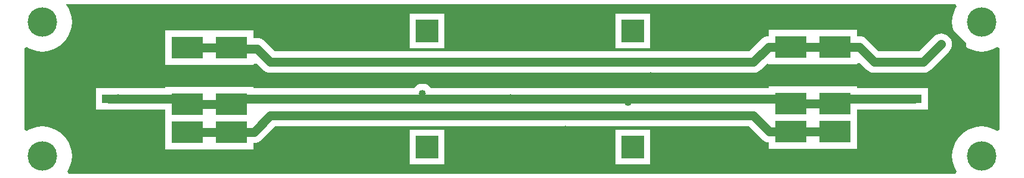
<source format=gbl>
%FSLAX25Y25*%
%MOIN*%
G70*
G01*
G75*
G04 Layer_Physical_Order=2*
G04 Layer_Color=65280*
%ADD10P,0.08352X4X285.0*%
%ADD11P,0.08352X4X165.0*%
%ADD12R,0.05906X0.05906*%
%ADD13C,0.02500*%
%ADD14C,0.05000*%
%ADD15C,0.16500*%
%ADD16R,0.12500X0.12500*%
%ADD17C,0.12500*%
%ADD18C,0.04000*%
%ADD19R,0.17716X0.12205*%
%ADD20R,0.08000X0.05000*%
G36*
X748474Y646191D02*
X747753Y645014D01*
X746759Y642615D01*
X746153Y640089D01*
X745949Y637500D01*
X746153Y634911D01*
X746759Y632385D01*
X747753Y629986D01*
X749110Y627772D01*
X750797Y625797D01*
X752772Y624110D01*
X754986Y622753D01*
X757385Y621759D01*
X759911Y621153D01*
X762500Y620949D01*
X765089Y621153D01*
X767615Y621759D01*
X770014Y622753D01*
X771191Y623474D01*
X772500Y622741D01*
Y577259D01*
X771191Y576526D01*
X770014Y577247D01*
X767615Y578241D01*
X765089Y578847D01*
X762500Y579051D01*
X759911Y578847D01*
X757385Y578241D01*
X754986Y577247D01*
X752772Y575890D01*
X750797Y574203D01*
X749110Y572228D01*
X747753Y570014D01*
X746759Y567615D01*
X746153Y565089D01*
X745949Y562500D01*
X746153Y559911D01*
X746759Y557385D01*
X747753Y554986D01*
X748474Y553809D01*
X747741Y552500D01*
X252259D01*
X251526Y553809D01*
X252247Y554986D01*
X253241Y557385D01*
X253847Y559911D01*
X254051Y562500D01*
X253847Y565089D01*
X253241Y567615D01*
X252247Y570014D01*
X250890Y572228D01*
X249203Y574203D01*
X247229Y575890D01*
X245014Y577247D01*
X242615Y578241D01*
X240089Y578847D01*
X237500Y579051D01*
X234911Y578847D01*
X232385Y578241D01*
X229986Y577247D01*
X228809Y576526D01*
X227500Y577259D01*
Y622741D01*
X228809Y623474D01*
X229986Y622753D01*
X232385Y621759D01*
X234911Y621153D01*
X237500Y620949D01*
X240089Y621153D01*
X242615Y621759D01*
X245014Y622753D01*
X247229Y624110D01*
X249203Y625797D01*
X250890Y627772D01*
X252247Y629986D01*
X253241Y632385D01*
X253847Y634911D01*
X254051Y637500D01*
X253847Y640089D01*
X253241Y642615D01*
X252247Y645014D01*
X250890Y647228D01*
X251015Y647500D01*
X747741D01*
X748474Y646191D01*
D02*
G37*
%LPC*%
G36*
X450000Y603048D02*
X448564Y602858D01*
X447226Y602304D01*
X446077Y601423D01*
X445392Y600529D01*
X355658D01*
Y601202D01*
X306335D01*
Y600529D01*
X280140D01*
X280000Y600548D01*
X279860Y600529D01*
X275000D01*
X274705Y600500D01*
X267500D01*
Y588500D01*
X274705D01*
X275000Y588471D01*
X306335D01*
Y581998D01*
Y566250D01*
X355658D01*
Y569823D01*
X355852D01*
X357028Y569939D01*
X358159Y570282D01*
X359202Y570839D01*
X360115Y571589D01*
X367497Y578971D01*
X632503D01*
X639581Y571893D01*
X640494Y571143D01*
X641537Y570586D01*
X642668Y570243D01*
X643635Y570147D01*
Y566553D01*
X692958D01*
Y582302D01*
Y588471D01*
X725000D01*
X725295Y588500D01*
X732500D01*
Y600500D01*
X725295D01*
X725000Y600529D01*
X692958D01*
Y601506D01*
X643635D01*
Y600529D01*
X499438D01*
X499298Y600548D01*
X499158Y600529D01*
X454608D01*
X453923Y601423D01*
X452774Y602304D01*
X451436Y602858D01*
X450000Y603048D01*
D02*
G37*
G36*
X577250Y577250D02*
X557750D01*
Y557750D01*
X577250D01*
Y577250D01*
D02*
G37*
G36*
X462250D02*
X442750D01*
Y557750D01*
X462250D01*
Y577250D01*
D02*
G37*
G36*
Y642250D02*
X442750D01*
Y622750D01*
X462250D01*
Y642250D01*
D02*
G37*
G36*
X692958Y633002D02*
X643635D01*
Y629429D01*
X643400D01*
X642224Y629313D01*
X641093Y628970D01*
X640050Y628413D01*
X639137Y627663D01*
X632503Y621029D01*
X367497D01*
X361763Y626763D01*
X360849Y627513D01*
X359807Y628070D01*
X358676Y628413D01*
X357500Y628529D01*
X355658D01*
Y632698D01*
X306335D01*
Y613494D01*
X355658D01*
Y613856D01*
X357044Y614430D01*
X360737Y610737D01*
Y610737D01*
D01*
D01*
X360737Y610737D01*
Y610737D01*
D01*
Y610737D01*
X360737Y610737D01*
X361650Y609987D01*
X362693Y609430D01*
D01*
X362693D01*
X362693Y609430D01*
D01*
D01*
D01*
X362693D01*
Y609430D01*
X362693Y609430D01*
X362693Y609430D01*
X363824Y609087D01*
X365000Y608971D01*
X635000D01*
X636176Y609087D01*
X637307Y609430D01*
Y609430D01*
X637307D01*
X637307Y609430D01*
X637307D01*
Y609430D01*
D01*
D01*
D01*
Y609430D01*
D01*
D01*
D01*
D01*
D01*
Y609430D01*
D01*
D01*
X637307D01*
D01*
X638349Y609987D01*
X639263Y610737D01*
Y610737D01*
X639263D01*
D01*
D01*
D01*
D01*
D01*
D01*
X639263D01*
D01*
X639263D01*
Y610737D01*
D01*
D01*
D01*
D01*
Y610737D01*
D01*
D01*
D01*
Y610737D01*
D01*
D01*
X639263D01*
D01*
D01*
D01*
X642708Y614182D01*
X643635Y613798D01*
Y613798D01*
X692958D01*
Y614055D01*
X694344Y614630D01*
X698237Y610737D01*
Y610737D01*
D01*
D01*
X698237Y610737D01*
Y610737D01*
D01*
Y610737D01*
X698237Y610737D01*
X699151Y609987D01*
X700193Y609430D01*
D01*
X700193D01*
X700193Y609430D01*
D01*
D01*
D01*
X700193D01*
D01*
D01*
X700193D01*
D01*
D01*
Y609430D01*
X701324Y609087D01*
X702500Y608971D01*
X730000D01*
X731176Y609087D01*
X732307Y609430D01*
Y609430D01*
X732307D01*
X732307Y609430D01*
X732307D01*
Y609430D01*
D01*
D01*
D01*
Y609430D01*
D01*
D01*
D01*
D01*
D01*
Y609430D01*
D01*
D01*
X732307D01*
D01*
X733350Y609987D01*
X734263Y610737D01*
Y610737D01*
X734263D01*
D01*
D01*
D01*
D01*
D01*
D01*
X734263D01*
D01*
X734263D01*
Y610737D01*
D01*
D01*
D01*
D01*
Y610737D01*
D01*
D01*
D01*
Y610737D01*
D01*
D01*
X734263D01*
D01*
D01*
D01*
D01*
D01*
X744263Y620737D01*
X745013Y621651D01*
X745570Y622693D01*
X745913Y623824D01*
X746029Y625000D01*
X745913Y626176D01*
X745570Y627307D01*
X745013Y628349D01*
X744263Y629263D01*
X743350Y630013D01*
X742307Y630570D01*
X741176Y630913D01*
X740000Y631029D01*
X738824Y630913D01*
X737693Y630570D01*
X736651Y630013D01*
X735737Y629263D01*
X727503Y621029D01*
X704997D01*
X698363Y627663D01*
X697450Y628413D01*
X696407Y628970D01*
X695276Y629313D01*
X694100Y629429D01*
X692958D01*
Y633002D01*
D02*
G37*
G36*
X577250Y642250D02*
X557750D01*
Y622750D01*
X577250D01*
Y642250D01*
D02*
G37*
%LPD*%
D13*
X752500Y586579D02*
Y625000D01*
X727500Y632500D02*
X732500Y637500D01*
X740000D01*
X752500Y625000D01*
Y586579D02*
X753290Y585789D01*
X743290D02*
X753290D01*
X732500Y575000D02*
X743290Y585789D01*
X712500Y575000D02*
X732500D01*
X600000Y567500D02*
X627500D01*
X587500Y555000D02*
X600000Y567500D01*
X555000Y555000D02*
X587500D01*
X547500Y562500D02*
X555000Y555000D01*
X547500Y562500D02*
Y567500D01*
X540000D02*
X547500D01*
X530000Y577500D02*
X540000Y567500D01*
X490000Y577500D02*
X530000D01*
X487500Y575000D02*
X490000Y577500D01*
X467500Y555000D02*
X487500Y575000D01*
X442500Y555000D02*
X467500D01*
X440000D02*
X442500D01*
X435000Y560000D02*
X440000Y555000D01*
X435000Y560000D02*
Y565000D01*
X432500Y567500D02*
X435000Y565000D01*
X372500Y557500D02*
X382500Y567500D01*
X297500Y557500D02*
X372500D01*
X297500D02*
Y575000D01*
X295000Y577500D02*
X297500Y575000D01*
X295000Y577500D02*
X303290Y585789D01*
X290790D02*
X303290D01*
X277500Y572500D02*
X290790Y585789D01*
X265000Y572500D02*
X277500D01*
X262500Y575000D02*
X265000Y572500D01*
X262500Y575000D02*
Y587500D01*
X247500Y602500D02*
X262500Y587500D01*
X247500Y620000D02*
X260000Y632500D01*
X285000D01*
X292500Y640000D01*
X350000D01*
X360000Y630000D01*
X395000D02*
X400000Y625000D01*
X425000D01*
X432500Y632500D01*
Y637500D01*
X440000Y645000D01*
X465000D01*
X472500D01*
X485000Y632500D01*
X547500D01*
Y637500D01*
X555000Y645000D01*
X577500D01*
X592500Y625000D02*
X625000D01*
X637500Y637500D01*
Y640000D01*
X702500D01*
X710000Y632500D01*
X382500Y567500D02*
X432500D01*
X247500Y602500D02*
Y620000D01*
X360000Y630000D02*
X395000D01*
X577500Y645000D02*
X587500Y635000D01*
X710000Y632500D02*
X727500D01*
D14*
X682752Y605500D02*
X752000D01*
X752500Y605000D01*
X643400Y623400D02*
X694100D01*
X730000Y615000D02*
X740000Y625000D01*
X702500Y615000D02*
X730000D01*
X694100Y623400D02*
X702500Y615000D01*
X365000D02*
X635000D01*
X343300Y623096D02*
X343896Y622500D01*
X357500D01*
X365000Y615000D01*
X635000D02*
X643400Y623400D01*
X643844Y576156D02*
X680600D01*
X365000Y585000D02*
X635000D01*
X318694Y575852D02*
X355852D01*
X365000Y585000D01*
X635000D02*
X643844Y576156D01*
X655994Y591904D02*
X680600D01*
X345148Y605500D02*
X500000D01*
X343300Y607348D02*
X345148Y605500D01*
X316846D02*
X318694Y607348D01*
Y591600D02*
X345000D01*
X315794Y594500D02*
X318694Y591600D01*
X275000Y594500D02*
X315794D01*
X680600Y591904D02*
X683196Y594500D01*
X725000D01*
X680600Y607652D02*
X682752Y605500D01*
X655994Y607652D02*
X680600D01*
X653842Y605500D02*
X655994Y607652D01*
X612500Y605500D02*
X653842D01*
X500000D02*
X612500D01*
X347900Y594500D02*
X653398D01*
X345000Y591600D02*
X347900Y594500D01*
X653398D02*
X655994Y591904D01*
X318694Y607348D02*
X343300D01*
X318694Y623096D02*
X343300D01*
X247500Y605000D02*
X248000Y605500D01*
X316846D01*
D15*
X762500Y637500D02*
D03*
Y562500D02*
D03*
X237500D02*
D03*
Y637500D02*
D03*
D16*
X452500Y632500D02*
D03*
Y567500D02*
D03*
X567500D02*
D03*
Y632500D02*
D03*
D17*
X432500D02*
D03*
Y567500D02*
D03*
X547500D02*
D03*
Y632500D02*
D03*
D18*
X402500Y567500D02*
D03*
X400000Y625000D02*
D03*
X360000Y630000D02*
D03*
X627500Y567500D02*
D03*
X625000Y625000D02*
D03*
X577500Y607500D02*
D03*
X710000Y632500D02*
D03*
X712500Y575000D02*
D03*
X753290Y585789D02*
D03*
X485000Y632500D02*
D03*
X487500Y575000D02*
D03*
X530000Y577500D02*
D03*
X317500D02*
D03*
X303290Y585789D02*
D03*
X262500Y575000D02*
D03*
X260000Y632500D02*
D03*
X740000Y625000D02*
D03*
X682500Y590000D02*
D03*
X499298Y595000D02*
D03*
X280000D02*
D03*
X565000Y592500D02*
D03*
X550000Y602500D02*
D03*
X450000Y597500D02*
D03*
X435000Y602500D02*
D03*
D19*
X343300Y623096D02*
D03*
X318694D02*
D03*
X343300Y607348D02*
D03*
Y591600D02*
D03*
Y575852D02*
D03*
X318694Y607348D02*
D03*
Y591600D02*
D03*
Y575852D02*
D03*
X680600Y623400D02*
D03*
X655994D02*
D03*
X680600Y607652D02*
D03*
Y591904D02*
D03*
Y576156D02*
D03*
X655994Y607652D02*
D03*
Y591904D02*
D03*
Y576156D02*
D03*
D20*
X275000Y594500D02*
D03*
Y605500D02*
D03*
X387500Y594500D02*
D03*
Y605500D02*
D03*
X500000Y594500D02*
D03*
Y605500D02*
D03*
X612500Y594500D02*
D03*
Y605500D02*
D03*
X725000Y594500D02*
D03*
Y605500D02*
D03*
M02*

</source>
